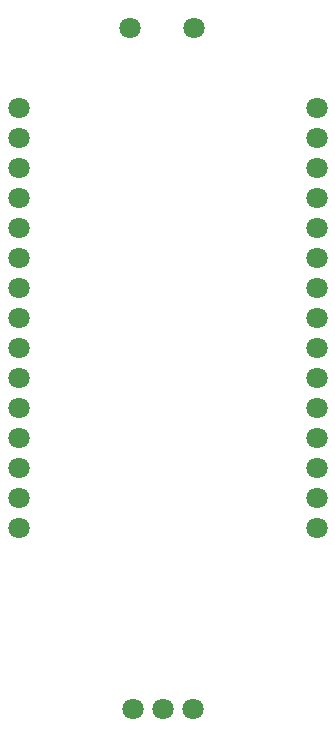
<source format=gbs>
G04 #@! TF.GenerationSoftware,KiCad,Pcbnew,(6.0.11-0)*
G04 #@! TF.CreationDate,2024-11-12T18:10:12+07:00*
G04 #@! TF.ProjectId,1,312e6b69-6361-4645-9f70-636258585858,rev?*
G04 #@! TF.SameCoordinates,Original*
G04 #@! TF.FileFunction,Soldermask,Bot*
G04 #@! TF.FilePolarity,Negative*
%FSLAX46Y46*%
G04 Gerber Fmt 4.6, Leading zero omitted, Abs format (unit mm)*
G04 Created by KiCad (PCBNEW (6.0.11-0)) date 2024-11-12 18:10:12*
%MOMM*%
%LPD*%
G01*
G04 APERTURE LIST*
%ADD10C,1.800000*%
G04 APERTURE END LIST*
D10*
X119150000Y-31670000D03*
X124500000Y-89340000D03*
X109700000Y-38510000D03*
X124550000Y-31670000D03*
X119420000Y-89340000D03*
X121960000Y-89340000D03*
X109700000Y-41050000D03*
X109700000Y-43590000D03*
X109700000Y-46130000D03*
X109700000Y-48670000D03*
X109700000Y-51210000D03*
X109700000Y-53750000D03*
X109700000Y-56290000D03*
X109700000Y-58830000D03*
X109700000Y-61370000D03*
X109700000Y-63910000D03*
X109700000Y-66450000D03*
X109700000Y-68990000D03*
X109700000Y-71530000D03*
X109700000Y-74070000D03*
X134950000Y-38510000D03*
X134950000Y-41050000D03*
X134950000Y-43590000D03*
X134950000Y-46130000D03*
X134950000Y-48670000D03*
X134950000Y-51210000D03*
X134950000Y-53750000D03*
X134950000Y-56290000D03*
X134950000Y-58830000D03*
X134950000Y-61370000D03*
X134950000Y-63910000D03*
X134950000Y-66450000D03*
X134950000Y-68990000D03*
X134950000Y-71530000D03*
X134950000Y-74070000D03*
M02*

</source>
